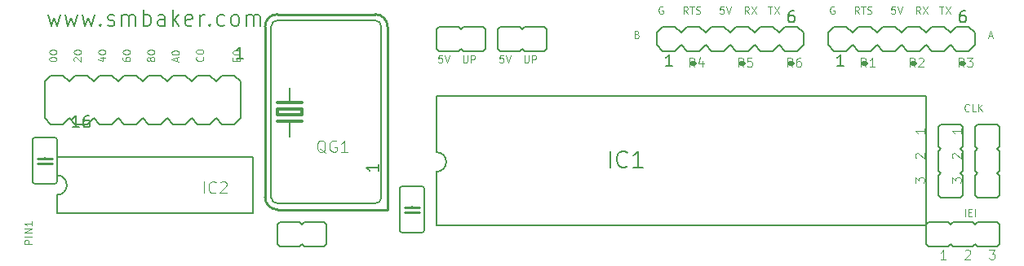
<source format=gbr>
G04 #@! TF.GenerationSoftware,KiCad,Pcbnew,5.1.2*
G04 #@! TF.CreationDate,2020-10-15T13:17:00+02:00*
G04 #@! TF.ProjectId,3365c1e53a7ea87593df0e5cd2596002,33333635-6331-4653-9533-613765613837,rev?*
G04 #@! TF.SameCoordinates,Original*
G04 #@! TF.FileFunction,Legend,Top*
G04 #@! TF.FilePolarity,Positive*
%FSLAX46Y46*%
G04 Gerber Fmt 4.6, Leading zero omitted, Abs format (unit mm)*
G04 Created by KiCad (PCBNEW 5.1.2) date 2020-10-15 13:17:00*
%MOMM*%
%LPD*%
G04 APERTURE LIST*
%ADD10C,0.065024*%
%ADD11C,0.142240*%
%ADD12C,0.152400*%
%ADD13C,0.508000*%
%ADD14C,0.304800*%
%ADD15C,0.254000*%
%ADD16C,0.150000*%
%ADD17C,0.127000*%
%ADD18C,0.094107*%
%ADD19C,0.120650*%
%ADD20C,0.135128*%
%ADD21C,0.118872*%
G04 APERTURE END LIST*
D10*
X192596904Y-90219670D02*
X193038138Y-90219670D01*
X192817521Y-90991830D02*
X192817521Y-90219670D01*
X193221986Y-90219670D02*
X193736759Y-90991830D01*
X193736759Y-90219670D02*
X193221986Y-90991830D01*
X172828447Y-90991830D02*
X172571060Y-90624135D01*
X172387213Y-90991830D02*
X172387213Y-90219670D01*
X172681369Y-90219670D01*
X172754908Y-90256440D01*
X172791677Y-90293209D01*
X172828447Y-90366748D01*
X172828447Y-90477057D01*
X172791677Y-90550596D01*
X172754908Y-90587365D01*
X172681369Y-90624135D01*
X172387213Y-90624135D01*
X173085834Y-90219670D02*
X173600607Y-90991830D01*
X173600607Y-90219670D02*
X173085834Y-90991830D01*
X166478447Y-90991830D02*
X166221060Y-90624135D01*
X166037213Y-90991830D02*
X166037213Y-90219670D01*
X166331369Y-90219670D01*
X166404908Y-90256440D01*
X166441677Y-90293209D01*
X166478447Y-90366748D01*
X166478447Y-90477057D01*
X166441677Y-90550596D01*
X166404908Y-90587365D01*
X166331369Y-90624135D01*
X166037213Y-90624135D01*
X166699064Y-90219670D02*
X167140298Y-90219670D01*
X166919681Y-90991830D02*
X166919681Y-90219670D01*
X167360916Y-90955060D02*
X167471224Y-90991830D01*
X167655072Y-90991830D01*
X167728611Y-90955060D01*
X167765380Y-90918291D01*
X167802150Y-90844752D01*
X167802150Y-90771213D01*
X167765380Y-90697674D01*
X167728611Y-90660904D01*
X167655072Y-90624135D01*
X167507994Y-90587365D01*
X167434455Y-90550596D01*
X167397685Y-90513826D01*
X167360916Y-90440287D01*
X167360916Y-90366748D01*
X167397685Y-90293209D01*
X167434455Y-90256440D01*
X167507994Y-90219670D01*
X167691841Y-90219670D01*
X167802150Y-90256440D01*
X181681677Y-90256440D02*
X181608138Y-90219670D01*
X181497830Y-90219670D01*
X181387521Y-90256440D01*
X181313982Y-90329979D01*
X181277213Y-90403518D01*
X181240443Y-90550596D01*
X181240443Y-90660904D01*
X181277213Y-90807982D01*
X181313982Y-90881521D01*
X181387521Y-90955060D01*
X181497830Y-90991830D01*
X181571369Y-90991830D01*
X181681677Y-90955060D01*
X181718447Y-90918291D01*
X181718447Y-90660904D01*
X181571369Y-90660904D01*
X187994908Y-90219670D02*
X187627213Y-90219670D01*
X187590443Y-90587365D01*
X187627213Y-90550596D01*
X187700752Y-90513826D01*
X187884599Y-90513826D01*
X187958138Y-90550596D01*
X187994908Y-90587365D01*
X188031677Y-90660904D01*
X188031677Y-90844752D01*
X187994908Y-90918291D01*
X187958138Y-90955060D01*
X187884599Y-90991830D01*
X187700752Y-90991830D01*
X187627213Y-90955060D01*
X187590443Y-90918291D01*
X188252295Y-90219670D02*
X188509681Y-90991830D01*
X188767068Y-90219670D01*
X119649865Y-95882486D02*
X119649865Y-95625100D01*
X120054330Y-95514791D02*
X120054330Y-95882486D01*
X119282170Y-95882486D01*
X119282170Y-95514791D01*
X119282170Y-95036787D02*
X119282170Y-94963248D01*
X119318940Y-94889709D01*
X119355709Y-94852940D01*
X119429248Y-94816170D01*
X119576326Y-94779401D01*
X119760174Y-94779401D01*
X119907252Y-94816170D01*
X119980791Y-94852940D01*
X120017560Y-94889709D01*
X120054330Y-94963248D01*
X120054330Y-95036787D01*
X120017560Y-95110326D01*
X119980791Y-95147096D01*
X119907252Y-95183865D01*
X119760174Y-95220635D01*
X119576326Y-95220635D01*
X119429248Y-95183865D01*
X119355709Y-95147096D01*
X119318940Y-95110326D01*
X119282170Y-95036787D01*
X116170791Y-95441252D02*
X116207560Y-95478022D01*
X116244330Y-95588330D01*
X116244330Y-95661869D01*
X116207560Y-95772178D01*
X116134021Y-95845717D01*
X116060482Y-95882486D01*
X115913404Y-95919256D01*
X115803096Y-95919256D01*
X115656018Y-95882486D01*
X115582479Y-95845717D01*
X115508940Y-95772178D01*
X115472170Y-95661869D01*
X115472170Y-95588330D01*
X115508940Y-95478022D01*
X115545709Y-95441252D01*
X115472170Y-94963248D02*
X115472170Y-94889709D01*
X115508940Y-94816170D01*
X115545709Y-94779401D01*
X115619248Y-94742631D01*
X115766326Y-94705862D01*
X115950174Y-94705862D01*
X116097252Y-94742631D01*
X116170791Y-94779401D01*
X116207560Y-94816170D01*
X116244330Y-94889709D01*
X116244330Y-94963248D01*
X116207560Y-95036787D01*
X116170791Y-95073557D01*
X116097252Y-95110326D01*
X115950174Y-95147096D01*
X115766326Y-95147096D01*
X115619248Y-95110326D01*
X115545709Y-95073557D01*
X115508940Y-95036787D01*
X115472170Y-94963248D01*
X113483713Y-95919256D02*
X113483713Y-95551561D01*
X113704330Y-95992795D02*
X112932170Y-95735408D01*
X113704330Y-95478022D01*
X112932170Y-95073557D02*
X112932170Y-95000018D01*
X112968940Y-94926479D01*
X113005709Y-94889709D01*
X113079248Y-94852940D01*
X113226326Y-94816170D01*
X113410174Y-94816170D01*
X113557252Y-94852940D01*
X113630791Y-94889709D01*
X113667560Y-94926479D01*
X113704330Y-95000018D01*
X113704330Y-95073557D01*
X113667560Y-95147096D01*
X113630791Y-95183865D01*
X113557252Y-95220635D01*
X113410174Y-95257404D01*
X113226326Y-95257404D01*
X113079248Y-95220635D01*
X113005709Y-95183865D01*
X112968940Y-95147096D01*
X112932170Y-95073557D01*
X110723096Y-95772178D02*
X110686326Y-95845717D01*
X110649557Y-95882486D01*
X110576018Y-95919256D01*
X110539248Y-95919256D01*
X110465709Y-95882486D01*
X110428940Y-95845717D01*
X110392170Y-95772178D01*
X110392170Y-95625100D01*
X110428940Y-95551561D01*
X110465709Y-95514791D01*
X110539248Y-95478022D01*
X110576018Y-95478022D01*
X110649557Y-95514791D01*
X110686326Y-95551561D01*
X110723096Y-95625100D01*
X110723096Y-95772178D01*
X110759865Y-95845717D01*
X110796635Y-95882486D01*
X110870174Y-95919256D01*
X111017252Y-95919256D01*
X111090791Y-95882486D01*
X111127560Y-95845717D01*
X111164330Y-95772178D01*
X111164330Y-95625100D01*
X111127560Y-95551561D01*
X111090791Y-95514791D01*
X111017252Y-95478022D01*
X110870174Y-95478022D01*
X110796635Y-95514791D01*
X110759865Y-95551561D01*
X110723096Y-95625100D01*
X110392170Y-95000018D02*
X110392170Y-94926479D01*
X110428940Y-94852940D01*
X110465709Y-94816170D01*
X110539248Y-94779401D01*
X110686326Y-94742631D01*
X110870174Y-94742631D01*
X111017252Y-94779401D01*
X111090791Y-94816170D01*
X111127560Y-94852940D01*
X111164330Y-94926479D01*
X111164330Y-95000018D01*
X111127560Y-95073557D01*
X111090791Y-95110326D01*
X111017252Y-95147096D01*
X110870174Y-95183865D01*
X110686326Y-95183865D01*
X110539248Y-95147096D01*
X110465709Y-95110326D01*
X110428940Y-95073557D01*
X110392170Y-95000018D01*
X107852170Y-95551561D02*
X107852170Y-95698639D01*
X107888940Y-95772178D01*
X107925709Y-95808947D01*
X108036018Y-95882486D01*
X108183096Y-95919256D01*
X108477252Y-95919256D01*
X108550791Y-95882486D01*
X108587560Y-95845717D01*
X108624330Y-95772178D01*
X108624330Y-95625100D01*
X108587560Y-95551561D01*
X108550791Y-95514791D01*
X108477252Y-95478022D01*
X108293404Y-95478022D01*
X108219865Y-95514791D01*
X108183096Y-95551561D01*
X108146326Y-95625100D01*
X108146326Y-95772178D01*
X108183096Y-95845717D01*
X108219865Y-95882486D01*
X108293404Y-95919256D01*
X107852170Y-95000018D02*
X107852170Y-94926479D01*
X107888940Y-94852940D01*
X107925709Y-94816170D01*
X107999248Y-94779401D01*
X108146326Y-94742631D01*
X108330174Y-94742631D01*
X108477252Y-94779401D01*
X108550791Y-94816170D01*
X108587560Y-94852940D01*
X108624330Y-94926479D01*
X108624330Y-95000018D01*
X108587560Y-95073557D01*
X108550791Y-95110326D01*
X108477252Y-95147096D01*
X108330174Y-95183865D01*
X108146326Y-95183865D01*
X107999248Y-95147096D01*
X107925709Y-95110326D01*
X107888940Y-95073557D01*
X107852170Y-95000018D01*
X105569557Y-95551561D02*
X106084330Y-95551561D01*
X105275400Y-95735408D02*
X105826943Y-95919256D01*
X105826943Y-95441252D01*
X105312170Y-95000018D02*
X105312170Y-94926479D01*
X105348940Y-94852940D01*
X105385709Y-94816170D01*
X105459248Y-94779401D01*
X105606326Y-94742631D01*
X105790174Y-94742631D01*
X105937252Y-94779401D01*
X106010791Y-94816170D01*
X106047560Y-94852940D01*
X106084330Y-94926479D01*
X106084330Y-95000018D01*
X106047560Y-95073557D01*
X106010791Y-95110326D01*
X105937252Y-95147096D01*
X105790174Y-95183865D01*
X105606326Y-95183865D01*
X105459248Y-95147096D01*
X105385709Y-95110326D01*
X105348940Y-95073557D01*
X105312170Y-95000018D01*
X102845709Y-95919256D02*
X102808940Y-95882486D01*
X102772170Y-95808947D01*
X102772170Y-95625100D01*
X102808940Y-95551561D01*
X102845709Y-95514791D01*
X102919248Y-95478022D01*
X102992787Y-95478022D01*
X103103096Y-95514791D01*
X103544330Y-95956025D01*
X103544330Y-95478022D01*
X102772170Y-95000018D02*
X102772170Y-94926479D01*
X102808940Y-94852940D01*
X102845709Y-94816170D01*
X102919248Y-94779401D01*
X103066326Y-94742631D01*
X103250174Y-94742631D01*
X103397252Y-94779401D01*
X103470791Y-94816170D01*
X103507560Y-94852940D01*
X103544330Y-94926479D01*
X103544330Y-95000018D01*
X103507560Y-95073557D01*
X103470791Y-95110326D01*
X103397252Y-95147096D01*
X103250174Y-95183865D01*
X103066326Y-95183865D01*
X102919248Y-95147096D01*
X102845709Y-95110326D01*
X102808940Y-95073557D01*
X102772170Y-95000018D01*
X100232170Y-95735408D02*
X100232170Y-95661869D01*
X100268940Y-95588330D01*
X100305709Y-95551561D01*
X100379248Y-95514791D01*
X100526326Y-95478022D01*
X100710174Y-95478022D01*
X100857252Y-95514791D01*
X100930791Y-95551561D01*
X100967560Y-95588330D01*
X101004330Y-95661869D01*
X101004330Y-95735408D01*
X100967560Y-95808947D01*
X100930791Y-95845717D01*
X100857252Y-95882486D01*
X100710174Y-95919256D01*
X100526326Y-95919256D01*
X100379248Y-95882486D01*
X100305709Y-95845717D01*
X100268940Y-95808947D01*
X100232170Y-95735408D01*
X100232170Y-95000018D02*
X100232170Y-94926479D01*
X100268940Y-94852940D01*
X100305709Y-94816170D01*
X100379248Y-94779401D01*
X100526326Y-94742631D01*
X100710174Y-94742631D01*
X100857252Y-94779401D01*
X100930791Y-94816170D01*
X100967560Y-94852940D01*
X101004330Y-94926479D01*
X101004330Y-95000018D01*
X100967560Y-95073557D01*
X100930791Y-95110326D01*
X100857252Y-95147096D01*
X100710174Y-95183865D01*
X100526326Y-95183865D01*
X100379248Y-95147096D01*
X100305709Y-95110326D01*
X100268940Y-95073557D01*
X100232170Y-95000018D01*
X98464330Y-114932486D02*
X97692170Y-114932486D01*
X97692170Y-114638330D01*
X97728940Y-114564791D01*
X97765709Y-114528022D01*
X97839248Y-114491252D01*
X97949557Y-114491252D01*
X98023096Y-114528022D01*
X98059865Y-114564791D01*
X98096635Y-114638330D01*
X98096635Y-114932486D01*
X98464330Y-114160326D02*
X97692170Y-114160326D01*
X98464330Y-113792631D02*
X97692170Y-113792631D01*
X98464330Y-113351397D01*
X97692170Y-113351397D01*
X98464330Y-112579237D02*
X98464330Y-113020471D01*
X98464330Y-112799854D02*
X97692170Y-112799854D01*
X97802479Y-112873393D01*
X97876018Y-112946932D01*
X97912787Y-113020471D01*
X174816904Y-90219670D02*
X175258138Y-90219670D01*
X175037521Y-90991830D02*
X175037521Y-90219670D01*
X175441986Y-90219670D02*
X175956759Y-90991830D01*
X175956759Y-90219670D02*
X175441986Y-90991830D01*
X190608447Y-90991830D02*
X190351060Y-90624135D01*
X190167213Y-90991830D02*
X190167213Y-90219670D01*
X190461369Y-90219670D01*
X190534908Y-90256440D01*
X190571677Y-90293209D01*
X190608447Y-90366748D01*
X190608447Y-90477057D01*
X190571677Y-90550596D01*
X190534908Y-90587365D01*
X190461369Y-90624135D01*
X190167213Y-90624135D01*
X190865834Y-90219670D02*
X191380607Y-90991830D01*
X191380607Y-90219670D02*
X190865834Y-90991830D01*
X184258447Y-90991830D02*
X184001060Y-90624135D01*
X183817213Y-90991830D02*
X183817213Y-90219670D01*
X184111369Y-90219670D01*
X184184908Y-90256440D01*
X184221677Y-90293209D01*
X184258447Y-90366748D01*
X184258447Y-90477057D01*
X184221677Y-90550596D01*
X184184908Y-90587365D01*
X184111369Y-90624135D01*
X183817213Y-90624135D01*
X184479064Y-90219670D02*
X184920298Y-90219670D01*
X184699681Y-90991830D02*
X184699681Y-90219670D01*
X185140916Y-90955060D02*
X185251224Y-90991830D01*
X185435072Y-90991830D01*
X185508611Y-90955060D01*
X185545380Y-90918291D01*
X185582150Y-90844752D01*
X185582150Y-90771213D01*
X185545380Y-90697674D01*
X185508611Y-90660904D01*
X185435072Y-90624135D01*
X185287994Y-90587365D01*
X185214455Y-90550596D01*
X185177685Y-90513826D01*
X185140916Y-90440287D01*
X185140916Y-90366748D01*
X185177685Y-90293209D01*
X185214455Y-90256440D01*
X185287994Y-90219670D01*
X185471841Y-90219670D01*
X185582150Y-90256440D01*
X163901677Y-90256440D02*
X163828138Y-90219670D01*
X163717830Y-90219670D01*
X163607521Y-90256440D01*
X163533982Y-90329979D01*
X163497213Y-90403518D01*
X163460443Y-90550596D01*
X163460443Y-90660904D01*
X163497213Y-90807982D01*
X163533982Y-90881521D01*
X163607521Y-90955060D01*
X163717830Y-90991830D01*
X163791369Y-90991830D01*
X163901677Y-90955060D01*
X163938447Y-90918291D01*
X163938447Y-90660904D01*
X163791369Y-90660904D01*
X170214908Y-90219670D02*
X169847213Y-90219670D01*
X169810443Y-90587365D01*
X169847213Y-90550596D01*
X169920752Y-90513826D01*
X170104599Y-90513826D01*
X170178138Y-90550596D01*
X170214908Y-90587365D01*
X170251677Y-90660904D01*
X170251677Y-90844752D01*
X170214908Y-90918291D01*
X170178138Y-90955060D01*
X170104599Y-90991830D01*
X169920752Y-90991830D01*
X169847213Y-90955060D01*
X169810443Y-90918291D01*
X170472295Y-90219670D02*
X170729681Y-90991830D01*
X170987068Y-90219670D01*
D11*
X100104856Y-91092100D02*
X100426589Y-92218166D01*
X100748322Y-91413833D01*
X101070056Y-92218166D01*
X101391789Y-91092100D01*
X101874389Y-91092100D02*
X102196122Y-92218166D01*
X102517856Y-91413833D01*
X102839589Y-92218166D01*
X103161322Y-91092100D01*
X103643922Y-91092100D02*
X103965656Y-92218166D01*
X104287389Y-91413833D01*
X104609122Y-92218166D01*
X104930856Y-91092100D01*
X105574322Y-92057300D02*
X105654756Y-92137733D01*
X105574322Y-92218166D01*
X105493889Y-92137733D01*
X105574322Y-92057300D01*
X105574322Y-92218166D01*
X106298222Y-92137733D02*
X106459089Y-92218166D01*
X106780822Y-92218166D01*
X106941689Y-92137733D01*
X107022122Y-91976866D01*
X107022122Y-91896433D01*
X106941689Y-91735566D01*
X106780822Y-91655133D01*
X106539522Y-91655133D01*
X106378656Y-91574700D01*
X106298222Y-91413833D01*
X106298222Y-91333400D01*
X106378656Y-91172533D01*
X106539522Y-91092100D01*
X106780822Y-91092100D01*
X106941689Y-91172533D01*
X107746022Y-92218166D02*
X107746022Y-91092100D01*
X107746022Y-91252966D02*
X107826456Y-91172533D01*
X107987322Y-91092100D01*
X108228622Y-91092100D01*
X108389489Y-91172533D01*
X108469922Y-91333400D01*
X108469922Y-92218166D01*
X108469922Y-91333400D02*
X108550356Y-91172533D01*
X108711222Y-91092100D01*
X108952522Y-91092100D01*
X109113389Y-91172533D01*
X109193822Y-91333400D01*
X109193822Y-92218166D01*
X109998156Y-92218166D02*
X109998156Y-90529066D01*
X109998156Y-91172533D02*
X110159022Y-91092100D01*
X110480756Y-91092100D01*
X110641622Y-91172533D01*
X110722056Y-91252966D01*
X110802489Y-91413833D01*
X110802489Y-91896433D01*
X110722056Y-92057300D01*
X110641622Y-92137733D01*
X110480756Y-92218166D01*
X110159022Y-92218166D01*
X109998156Y-92137733D01*
X112250289Y-92218166D02*
X112250289Y-91333400D01*
X112169856Y-91172533D01*
X112008989Y-91092100D01*
X111687256Y-91092100D01*
X111526389Y-91172533D01*
X112250289Y-92137733D02*
X112089422Y-92218166D01*
X111687256Y-92218166D01*
X111526389Y-92137733D01*
X111445956Y-91976866D01*
X111445956Y-91816000D01*
X111526389Y-91655133D01*
X111687256Y-91574700D01*
X112089422Y-91574700D01*
X112250289Y-91494266D01*
X113054622Y-92218166D02*
X113054622Y-90529066D01*
X113215489Y-91574700D02*
X113698089Y-92218166D01*
X113698089Y-91092100D02*
X113054622Y-91735566D01*
X115065456Y-92137733D02*
X114904589Y-92218166D01*
X114582856Y-92218166D01*
X114421989Y-92137733D01*
X114341556Y-91976866D01*
X114341556Y-91333400D01*
X114421989Y-91172533D01*
X114582856Y-91092100D01*
X114904589Y-91092100D01*
X115065456Y-91172533D01*
X115145889Y-91333400D01*
X115145889Y-91494266D01*
X114341556Y-91655133D01*
X115869789Y-92218166D02*
X115869789Y-91092100D01*
X115869789Y-91413833D02*
X115950222Y-91252966D01*
X116030656Y-91172533D01*
X116191522Y-91092100D01*
X116352389Y-91092100D01*
X116915422Y-92057300D02*
X116995856Y-92137733D01*
X116915422Y-92218166D01*
X116834989Y-92137733D01*
X116915422Y-92057300D01*
X116915422Y-92218166D01*
X118443656Y-92137733D02*
X118282789Y-92218166D01*
X117961056Y-92218166D01*
X117800189Y-92137733D01*
X117719756Y-92057300D01*
X117639322Y-91896433D01*
X117639322Y-91413833D01*
X117719756Y-91252966D01*
X117800189Y-91172533D01*
X117961056Y-91092100D01*
X118282789Y-91092100D01*
X118443656Y-91172533D01*
X119408856Y-92218166D02*
X119247989Y-92137733D01*
X119167556Y-92057300D01*
X119087122Y-91896433D01*
X119087122Y-91413833D01*
X119167556Y-91252966D01*
X119247989Y-91172533D01*
X119408856Y-91092100D01*
X119650156Y-91092100D01*
X119811022Y-91172533D01*
X119891456Y-91252966D01*
X119971889Y-91413833D01*
X119971889Y-91896433D01*
X119891456Y-92057300D01*
X119811022Y-92137733D01*
X119650156Y-92218166D01*
X119408856Y-92218166D01*
X120695789Y-92218166D02*
X120695789Y-91092100D01*
X120695789Y-91252966D02*
X120776222Y-91172533D01*
X120937089Y-91092100D01*
X121178389Y-91092100D01*
X121339256Y-91172533D01*
X121419689Y-91333400D01*
X121419689Y-92218166D01*
X121419689Y-91333400D02*
X121500122Y-91172533D01*
X121660989Y-91092100D01*
X121902289Y-91092100D01*
X122063156Y-91172533D01*
X122143589Y-91333400D01*
X122143589Y-92218166D01*
D10*
X161214599Y-93127365D02*
X161324908Y-93164135D01*
X161361677Y-93200904D01*
X161398447Y-93274443D01*
X161398447Y-93384752D01*
X161361677Y-93458291D01*
X161324908Y-93495060D01*
X161251369Y-93531830D01*
X160957213Y-93531830D01*
X160957213Y-92759670D01*
X161214599Y-92759670D01*
X161288138Y-92796440D01*
X161324908Y-92833209D01*
X161361677Y-92906748D01*
X161361677Y-92980287D01*
X161324908Y-93053826D01*
X161288138Y-93090596D01*
X161214599Y-93127365D01*
X160957213Y-93127365D01*
X197750443Y-93311213D02*
X198118138Y-93311213D01*
X197676904Y-93531830D02*
X197934291Y-92759670D01*
X198191677Y-93531830D01*
X195688447Y-101078291D02*
X195651677Y-101115060D01*
X195541369Y-101151830D01*
X195467830Y-101151830D01*
X195357521Y-101115060D01*
X195283982Y-101041521D01*
X195247213Y-100967982D01*
X195210443Y-100820904D01*
X195210443Y-100710596D01*
X195247213Y-100563518D01*
X195283982Y-100489979D01*
X195357521Y-100416440D01*
X195467830Y-100379670D01*
X195541369Y-100379670D01*
X195651677Y-100416440D01*
X195688447Y-100453209D01*
X196387068Y-101151830D02*
X196019373Y-101151830D01*
X196019373Y-100379670D01*
X196644455Y-101151830D02*
X196644455Y-100379670D01*
X197085689Y-101151830D02*
X196754763Y-100710596D01*
X197085689Y-100379670D02*
X196644455Y-100820904D01*
X141004908Y-95299670D02*
X140637213Y-95299670D01*
X140600443Y-95667365D01*
X140637213Y-95630596D01*
X140710752Y-95593826D01*
X140894599Y-95593826D01*
X140968138Y-95630596D01*
X141004908Y-95667365D01*
X141041677Y-95740904D01*
X141041677Y-95924752D01*
X141004908Y-95998291D01*
X140968138Y-96035060D01*
X140894599Y-96071830D01*
X140710752Y-96071830D01*
X140637213Y-96035060D01*
X140600443Y-95998291D01*
X141262295Y-95299670D02*
X141519681Y-96071830D01*
X141777068Y-95299670D01*
X147354908Y-95299670D02*
X146987213Y-95299670D01*
X146950443Y-95667365D01*
X146987213Y-95630596D01*
X147060752Y-95593826D01*
X147244599Y-95593826D01*
X147318138Y-95630596D01*
X147354908Y-95667365D01*
X147391677Y-95740904D01*
X147391677Y-95924752D01*
X147354908Y-95998291D01*
X147318138Y-96035060D01*
X147244599Y-96071830D01*
X147060752Y-96071830D01*
X146987213Y-96035060D01*
X146950443Y-95998291D01*
X147612295Y-95299670D02*
X147869681Y-96071830D01*
X148127068Y-95299670D01*
X143177213Y-95299670D02*
X143177213Y-95924752D01*
X143213982Y-95998291D01*
X143250752Y-96035060D01*
X143324291Y-96071830D01*
X143471369Y-96071830D01*
X143544908Y-96035060D01*
X143581677Y-95998291D01*
X143618447Y-95924752D01*
X143618447Y-95299670D01*
X143986142Y-96071830D02*
X143986142Y-95299670D01*
X144280298Y-95299670D01*
X144353837Y-95336440D01*
X144390607Y-95373209D01*
X144427377Y-95446748D01*
X144427377Y-95557057D01*
X144390607Y-95630596D01*
X144353837Y-95667365D01*
X144280298Y-95704135D01*
X143986142Y-95704135D01*
X149527213Y-95299670D02*
X149527213Y-95924752D01*
X149563982Y-95998291D01*
X149600752Y-96035060D01*
X149674291Y-96071830D01*
X149821369Y-96071830D01*
X149894908Y-96035060D01*
X149931677Y-95998291D01*
X149968447Y-95924752D01*
X149968447Y-95299670D01*
X150336142Y-96071830D02*
X150336142Y-95299670D01*
X150630298Y-95299670D01*
X150703837Y-95336440D01*
X150740607Y-95373209D01*
X150777377Y-95446748D01*
X150777377Y-95557057D01*
X150740607Y-95630596D01*
X150703837Y-95667365D01*
X150630298Y-95704135D01*
X150336142Y-95704135D01*
X195247213Y-112073830D02*
X195247213Y-111301670D01*
X195614908Y-111669365D02*
X195872295Y-111669365D01*
X195982603Y-112073830D02*
X195614908Y-112073830D01*
X195614908Y-111301670D01*
X195982603Y-111301670D01*
X196313529Y-112073830D02*
X196313529Y-111301670D01*
D12*
X102946100Y-97378600D02*
X104216100Y-97378600D01*
X104851100Y-98013600D02*
X104216100Y-97378600D01*
X101676100Y-97378600D02*
X102311100Y-98013600D01*
X100406100Y-97378600D02*
X101676100Y-97378600D01*
X99771100Y-98013600D02*
X100406100Y-97378600D01*
X102311100Y-98013600D02*
X102946100Y-97378600D01*
X99771100Y-101823600D02*
X99771100Y-98013600D01*
X104216100Y-102458600D02*
X104851100Y-101823600D01*
X100406100Y-102458600D02*
X99771100Y-101823600D01*
X101676100Y-102458600D02*
X100406100Y-102458600D01*
X102311100Y-101823600D02*
X101676100Y-102458600D01*
X102946100Y-102458600D02*
X102311100Y-101823600D01*
X104216100Y-102458600D02*
X102946100Y-102458600D01*
X106756100Y-97378600D02*
X107391100Y-98013600D01*
X105486100Y-97378600D02*
X106756100Y-97378600D01*
X104851100Y-98013600D02*
X105486100Y-97378600D01*
X110566100Y-97378600D02*
X111836100Y-97378600D01*
X112471100Y-98013600D02*
X111836100Y-97378600D01*
X109296100Y-97378600D02*
X109931100Y-98013600D01*
X108026100Y-97378600D02*
X109296100Y-97378600D01*
X107391100Y-98013600D02*
X108026100Y-97378600D01*
X109931100Y-98013600D02*
X110566100Y-97378600D01*
X114376100Y-97378600D02*
X115011100Y-98013600D01*
X113106100Y-97378600D02*
X114376100Y-97378600D01*
X112471100Y-98013600D02*
X113106100Y-97378600D01*
X118186100Y-97378600D02*
X119456100Y-97378600D01*
X120091100Y-98013600D02*
X119456100Y-97378600D01*
X120091100Y-101823600D02*
X120091100Y-98013600D01*
X116916100Y-97378600D02*
X117551100Y-98013600D01*
X115646100Y-97378600D02*
X116916100Y-97378600D01*
X115011100Y-98013600D02*
X115646100Y-97378600D01*
X117551100Y-98013600D02*
X118186100Y-97378600D01*
X105486100Y-102458600D02*
X104851100Y-101823600D01*
X106756100Y-102458600D02*
X105486100Y-102458600D01*
X107391100Y-101823600D02*
X106756100Y-102458600D01*
X111836100Y-102458600D02*
X112471100Y-101823600D01*
X108026100Y-102458600D02*
X107391100Y-101823600D01*
X109296100Y-102458600D02*
X108026100Y-102458600D01*
X109931100Y-101823600D02*
X109296100Y-102458600D01*
X110566100Y-102458600D02*
X109931100Y-101823600D01*
X111836100Y-102458600D02*
X110566100Y-102458600D01*
X113106100Y-102458600D02*
X112471100Y-101823600D01*
X114376100Y-102458600D02*
X113106100Y-102458600D01*
X115011100Y-101823600D02*
X114376100Y-102458600D01*
X119456100Y-102458600D02*
X120091100Y-101823600D01*
X115646100Y-102458600D02*
X115011100Y-101823600D01*
X116916100Y-102458600D02*
X115646100Y-102458600D01*
X117551100Y-101823600D02*
X116916100Y-102458600D01*
X118186100Y-102458600D02*
X117551100Y-101823600D01*
X119456100Y-102458600D02*
X118186100Y-102458600D01*
X196291100Y-92933600D02*
X196291100Y-94203600D01*
X194386100Y-94838600D02*
X193751100Y-94203600D01*
X195656100Y-94838600D02*
X194386100Y-94838600D01*
X196291100Y-94203600D02*
X195656100Y-94838600D01*
X195656100Y-92298600D02*
X196291100Y-92933600D01*
X194386100Y-92298600D02*
X195656100Y-92298600D01*
X193751100Y-92933600D02*
X194386100Y-92298600D01*
X190576100Y-94838600D02*
X189306100Y-94838600D01*
X188671100Y-94203600D02*
X189306100Y-94838600D01*
X189306100Y-92298600D02*
X188671100Y-92933600D01*
X191846100Y-94838600D02*
X191211100Y-94203600D01*
X193116100Y-94838600D02*
X191846100Y-94838600D01*
X193751100Y-94203600D02*
X193116100Y-94838600D01*
X193116100Y-92298600D02*
X193751100Y-92933600D01*
X191846100Y-92298600D02*
X193116100Y-92298600D01*
X191211100Y-92933600D02*
X191846100Y-92298600D01*
X191211100Y-94203600D02*
X190576100Y-94838600D01*
X190576100Y-92298600D02*
X191211100Y-92933600D01*
X189306100Y-92298600D02*
X190576100Y-92298600D01*
X186766100Y-94838600D02*
X186131100Y-94203600D01*
X188036100Y-94838600D02*
X186766100Y-94838600D01*
X188671100Y-94203600D02*
X188036100Y-94838600D01*
X188036100Y-92298600D02*
X188671100Y-92933600D01*
X186766100Y-92298600D02*
X188036100Y-92298600D01*
X186131100Y-92933600D02*
X186766100Y-92298600D01*
X182956100Y-94838600D02*
X181686100Y-94838600D01*
X181051100Y-94203600D02*
X181686100Y-94838600D01*
X181686100Y-92298600D02*
X181051100Y-92933600D01*
X181051100Y-92933600D02*
X181051100Y-94203600D01*
X184226100Y-94838600D02*
X183591100Y-94203600D01*
X185496100Y-94838600D02*
X184226100Y-94838600D01*
X186131100Y-94203600D02*
X185496100Y-94838600D01*
X185496100Y-92298600D02*
X186131100Y-92933600D01*
X184226100Y-92298600D02*
X185496100Y-92298600D01*
X183591100Y-92933600D02*
X184226100Y-92298600D01*
X183591100Y-94203600D02*
X182956100Y-94838600D01*
X182956100Y-92298600D02*
X183591100Y-92933600D01*
X181686100Y-92298600D02*
X182956100Y-92298600D01*
D13*
X184988100Y-96108600D02*
X184734100Y-96108600D01*
X190068100Y-96108600D02*
X189814100Y-96108600D01*
X195148100Y-96108600D02*
X194894100Y-96108600D01*
D14*
X125171100Y-102128400D02*
X126441100Y-102128400D01*
D12*
X125171100Y-102128400D02*
X125171100Y-103728600D01*
D14*
X125171100Y-100248800D02*
X126441100Y-100248800D01*
D12*
X125171100Y-100248800D02*
X125171100Y-98648600D01*
D14*
X123901100Y-102128400D02*
X125171100Y-102128400D01*
X123901100Y-100248800D02*
X125171100Y-100248800D01*
X123901100Y-100883800D02*
X123901100Y-101518800D01*
X126441100Y-100883800D02*
X123901100Y-100883800D01*
X126441100Y-101518800D02*
X126441100Y-100883800D01*
X123901100Y-101518800D02*
X126441100Y-101518800D01*
D12*
X134696100Y-110078600D02*
G75*
G02X134061100Y-110713600I-635000J0D01*
G01*
D15*
X122631100Y-110078600D02*
G75*
G03X123901100Y-111348600I1270000J0D01*
G01*
D12*
X123266100Y-110078600D02*
G75*
G03X123901100Y-110713600I635000J0D01*
G01*
D15*
X123901100Y-91028600D02*
G75*
G03X122631100Y-92298600I0J-1270000D01*
G01*
D12*
X123901100Y-91663600D02*
G75*
G03X123266100Y-92298600I0J-635000D01*
G01*
X134061100Y-91663600D02*
G75*
G02X134696100Y-92298600I0J-635000D01*
G01*
D15*
X134061100Y-91028600D02*
G75*
G02X135331100Y-92298600I0J-1270000D01*
G01*
D12*
X123901100Y-110713600D02*
X134061100Y-110713600D01*
X123266100Y-92298600D02*
X123266100Y-110078600D01*
X134061100Y-91663600D02*
X123901100Y-91663600D01*
X134696100Y-110078600D02*
X134696100Y-92298600D01*
D15*
X135331100Y-111348600D02*
X123901100Y-111348600D01*
X122631100Y-92298600D02*
X122631100Y-110078600D01*
X134061100Y-91028600D02*
X123901100Y-91028600D01*
X135331100Y-111348600D02*
X135331100Y-92298600D01*
D12*
X99771100Y-106014600D02*
X99771100Y-105887600D01*
D15*
X99771100Y-106014600D02*
X99009100Y-106014600D01*
X100533100Y-106014600D02*
X99771100Y-106014600D01*
X99771100Y-106522600D02*
X99009100Y-106522600D01*
X99771100Y-106522600D02*
X100533100Y-106522600D01*
D12*
X99771100Y-106649600D02*
X99771100Y-106522600D01*
X98501100Y-104109600D02*
G75*
G02X98755100Y-103855600I254000J0D01*
G01*
X98755100Y-108681600D02*
G75*
G02X98501100Y-108427600I0J254000D01*
G01*
X101041100Y-104109600D02*
G75*
G03X100787100Y-103855600I-254000J0D01*
G01*
X100787100Y-108681600D02*
G75*
G03X101041100Y-108427600I0J254000D01*
G01*
X100787100Y-103855600D02*
X98755100Y-103855600D01*
X100787100Y-108681600D02*
X98755100Y-108681600D01*
X98501100Y-108427600D02*
X98501100Y-104109600D01*
X101041100Y-104109600D02*
X101041100Y-108427600D01*
X123901100Y-112872600D02*
X123901100Y-114904600D01*
X123901100Y-112872600D02*
X124155100Y-112618600D01*
X126187100Y-112618600D02*
X124155100Y-112618600D01*
X128727100Y-112618600D02*
X126695100Y-112618600D01*
X128727100Y-112618600D02*
X128981100Y-112872600D01*
X128981100Y-114904600D02*
X128981100Y-112872600D01*
X128727100Y-115158600D02*
X126695100Y-115158600D01*
X128727100Y-115158600D02*
X128981100Y-114904600D01*
X123901100Y-114904600D02*
X124155100Y-115158600D01*
X126187100Y-115158600D02*
X124155100Y-115158600D01*
X126441100Y-114904600D02*
X126187100Y-115158600D01*
X126441100Y-114904600D02*
X126695100Y-115158600D01*
X126441100Y-112872600D02*
X126187100Y-112618600D01*
X126441100Y-112872600D02*
X126695100Y-112618600D01*
X151841100Y-94584600D02*
X151841100Y-92552600D01*
X151841100Y-94584600D02*
X151587100Y-94838600D01*
X149555100Y-94838600D02*
X151587100Y-94838600D01*
X147015100Y-94838600D02*
X149047100Y-94838600D01*
X147015100Y-94838600D02*
X146761100Y-94584600D01*
X146761100Y-92552600D02*
X146761100Y-94584600D01*
X147015100Y-92298600D02*
X149047100Y-92298600D01*
X147015100Y-92298600D02*
X146761100Y-92552600D01*
X151841100Y-92552600D02*
X151587100Y-92298600D01*
X149555100Y-92298600D02*
X151587100Y-92298600D01*
X149301100Y-92552600D02*
X149555100Y-92298600D01*
X149301100Y-92552600D02*
X149047100Y-92298600D01*
X149301100Y-94584600D02*
X149555100Y-94838600D01*
X149301100Y-94584600D02*
X149047100Y-94838600D01*
X178511100Y-92933600D02*
X178511100Y-94203600D01*
X176606100Y-94838600D02*
X175971100Y-94203600D01*
X177876100Y-94838600D02*
X176606100Y-94838600D01*
X178511100Y-94203600D02*
X177876100Y-94838600D01*
X177876100Y-92298600D02*
X178511100Y-92933600D01*
X176606100Y-92298600D02*
X177876100Y-92298600D01*
X175971100Y-92933600D02*
X176606100Y-92298600D01*
X172796100Y-94838600D02*
X171526100Y-94838600D01*
X170891100Y-94203600D02*
X171526100Y-94838600D01*
X171526100Y-92298600D02*
X170891100Y-92933600D01*
X174066100Y-94838600D02*
X173431100Y-94203600D01*
X175336100Y-94838600D02*
X174066100Y-94838600D01*
X175971100Y-94203600D02*
X175336100Y-94838600D01*
X175336100Y-92298600D02*
X175971100Y-92933600D01*
X174066100Y-92298600D02*
X175336100Y-92298600D01*
X173431100Y-92933600D02*
X174066100Y-92298600D01*
X173431100Y-94203600D02*
X172796100Y-94838600D01*
X172796100Y-92298600D02*
X173431100Y-92933600D01*
X171526100Y-92298600D02*
X172796100Y-92298600D01*
X168986100Y-94838600D02*
X168351100Y-94203600D01*
X170256100Y-94838600D02*
X168986100Y-94838600D01*
X170891100Y-94203600D02*
X170256100Y-94838600D01*
X170256100Y-92298600D02*
X170891100Y-92933600D01*
X168986100Y-92298600D02*
X170256100Y-92298600D01*
X168351100Y-92933600D02*
X168986100Y-92298600D01*
X165176100Y-94838600D02*
X163906100Y-94838600D01*
X163271100Y-94203600D02*
X163906100Y-94838600D01*
X163906100Y-92298600D02*
X163271100Y-92933600D01*
X163271100Y-92933600D02*
X163271100Y-94203600D01*
X166446100Y-94838600D02*
X165811100Y-94203600D01*
X167716100Y-94838600D02*
X166446100Y-94838600D01*
X168351100Y-94203600D02*
X167716100Y-94838600D01*
X167716100Y-92298600D02*
X168351100Y-92933600D01*
X166446100Y-92298600D02*
X167716100Y-92298600D01*
X165811100Y-92933600D02*
X166446100Y-92298600D01*
X165811100Y-94203600D02*
X165176100Y-94838600D01*
X165176100Y-92298600D02*
X165811100Y-92933600D01*
X163906100Y-92298600D02*
X165176100Y-92298600D01*
D13*
X167208100Y-96108600D02*
X166954100Y-96108600D01*
X172288100Y-96108600D02*
X172034100Y-96108600D01*
X177368100Y-96108600D02*
X177114100Y-96108600D01*
D12*
X145491100Y-94584600D02*
X145491100Y-92552600D01*
X145491100Y-94584600D02*
X145237100Y-94838600D01*
X143205100Y-94838600D02*
X145237100Y-94838600D01*
X140665100Y-94838600D02*
X142697100Y-94838600D01*
X140665100Y-94838600D02*
X140411100Y-94584600D01*
X140411100Y-92552600D02*
X140411100Y-94584600D01*
X140665100Y-92298600D02*
X142697100Y-92298600D01*
X140665100Y-92298600D02*
X140411100Y-92552600D01*
X145491100Y-92552600D02*
X145237100Y-92298600D01*
X143205100Y-92298600D02*
X145237100Y-92298600D01*
X142951100Y-92552600D02*
X143205100Y-92298600D01*
X142951100Y-92552600D02*
X142697100Y-92298600D01*
X142951100Y-94584600D02*
X143205100Y-94838600D01*
X142951100Y-94584600D02*
X142697100Y-94838600D01*
X137871100Y-111094600D02*
X137871100Y-110967600D01*
D15*
X137871100Y-111094600D02*
X137109100Y-111094600D01*
X138633100Y-111094600D02*
X137871100Y-111094600D01*
X137871100Y-111602600D02*
X137109100Y-111602600D01*
X137871100Y-111602600D02*
X138633100Y-111602600D01*
D12*
X137871100Y-111729600D02*
X137871100Y-111602600D01*
X136601100Y-109189600D02*
G75*
G02X136855100Y-108935600I254000J0D01*
G01*
X136855100Y-113761600D02*
G75*
G02X136601100Y-113507600I0J254000D01*
G01*
X139141100Y-109189600D02*
G75*
G03X138887100Y-108935600I-254000J0D01*
G01*
X138887100Y-113761600D02*
G75*
G03X139141100Y-113507600I0J254000D01*
G01*
X138887100Y-108935600D02*
X136855100Y-108935600D01*
X138887100Y-113761600D02*
X136855100Y-113761600D01*
X136601100Y-113507600D02*
X136601100Y-109189600D01*
X139141100Y-109189600D02*
X139141100Y-113507600D01*
X140411100Y-107411600D02*
G75*
G03X140411100Y-105379600I0J1016000D01*
G01*
X140411100Y-112999600D02*
X140411100Y-107411600D01*
X140411100Y-99537600D02*
X140411100Y-105379600D01*
X191211100Y-99537600D02*
X191211100Y-112999600D01*
X140411100Y-112999600D02*
X191211100Y-112999600D01*
X191211100Y-99537600D02*
X140411100Y-99537600D01*
X101041100Y-109824600D02*
G75*
G03X101041100Y-107792600I0J1016000D01*
G01*
X101041100Y-111729600D02*
X101041100Y-109824600D01*
X101041100Y-105887600D02*
X101041100Y-107792600D01*
X121361100Y-105887600D02*
X121361100Y-111729600D01*
X101041100Y-111729600D02*
X121361100Y-111729600D01*
X121361100Y-105887600D02*
X101041100Y-105887600D01*
X192481100Y-104744600D02*
X192481100Y-102712600D01*
X192481100Y-107284600D02*
X192481100Y-105252600D01*
X192735100Y-102458600D02*
X192481100Y-102712600D01*
X192481100Y-104744600D02*
X192735100Y-104998600D01*
X192735100Y-104998600D02*
X192481100Y-105252600D01*
X192481100Y-107284600D02*
X192735100Y-107538600D01*
X195021100Y-104744600D02*
X195021100Y-102712600D01*
X194767100Y-102458600D02*
X195021100Y-102712600D01*
X195021100Y-104744600D02*
X194767100Y-104998600D01*
X194767100Y-104998600D02*
X195021100Y-105252600D01*
X195021100Y-107284600D02*
X195021100Y-105252600D01*
X195021100Y-107284600D02*
X194767100Y-107538600D01*
X194767100Y-110078600D02*
X192735100Y-110078600D01*
X195021100Y-109824600D02*
X194767100Y-110078600D01*
X192481100Y-109824600D02*
X192735100Y-110078600D01*
X192735100Y-107538600D02*
X192481100Y-107792600D01*
X192481100Y-109824600D02*
X192481100Y-107792600D01*
X194767100Y-107538600D02*
X195021100Y-107792600D01*
X195021100Y-109824600D02*
X195021100Y-107792600D01*
X192735100Y-102458600D02*
X194767100Y-102458600D01*
X196291100Y-104744600D02*
X196291100Y-102712600D01*
X196291100Y-107284600D02*
X196291100Y-105252600D01*
X196545100Y-102458600D02*
X196291100Y-102712600D01*
X196291100Y-104744600D02*
X196545100Y-104998600D01*
X196545100Y-104998600D02*
X196291100Y-105252600D01*
X196291100Y-107284600D02*
X196545100Y-107538600D01*
X198831100Y-104744600D02*
X198831100Y-102712600D01*
X198577100Y-102458600D02*
X198831100Y-102712600D01*
X198831100Y-104744600D02*
X198577100Y-104998600D01*
X198577100Y-104998600D02*
X198831100Y-105252600D01*
X198831100Y-107284600D02*
X198831100Y-105252600D01*
X198831100Y-107284600D02*
X198577100Y-107538600D01*
X198577100Y-110078600D02*
X196545100Y-110078600D01*
X198831100Y-109824600D02*
X198577100Y-110078600D01*
X196291100Y-109824600D02*
X196545100Y-110078600D01*
X196545100Y-107538600D02*
X196291100Y-107792600D01*
X196291100Y-109824600D02*
X196291100Y-107792600D01*
X198577100Y-107538600D02*
X198831100Y-107792600D01*
X198831100Y-109824600D02*
X198831100Y-107792600D01*
X196545100Y-102458600D02*
X198577100Y-102458600D01*
X193497100Y-115158600D02*
X191465100Y-115158600D01*
X196037100Y-115158600D02*
X194005100Y-115158600D01*
X191211100Y-114904600D02*
X191465100Y-115158600D01*
X193497100Y-115158600D02*
X193751100Y-114904600D01*
X193751100Y-114904600D02*
X194005100Y-115158600D01*
X196037100Y-115158600D02*
X196291100Y-114904600D01*
X193497100Y-112618600D02*
X191465100Y-112618600D01*
X191211100Y-112872600D02*
X191465100Y-112618600D01*
X193497100Y-112618600D02*
X193751100Y-112872600D01*
X193751100Y-112872600D02*
X194005100Y-112618600D01*
X196037100Y-112618600D02*
X194005100Y-112618600D01*
X196037100Y-112618600D02*
X196291100Y-112872600D01*
X198831100Y-112872600D02*
X198831100Y-114904600D01*
X198577100Y-112618600D02*
X198831100Y-112872600D01*
X198577100Y-115158600D02*
X198831100Y-114904600D01*
X196291100Y-114904600D02*
X196545100Y-115158600D01*
X198577100Y-115158600D02*
X196545100Y-115158600D01*
X196291100Y-112872600D02*
X196545100Y-112618600D01*
X198577100Y-112618600D02*
X196545100Y-112618600D01*
X191211100Y-114904600D02*
X191211100Y-112872600D01*
D16*
D17*
X103312888Y-102782147D02*
X102623459Y-102782147D01*
X102968173Y-102782147D02*
X102968173Y-101575647D01*
X102853269Y-101748004D01*
X102738364Y-101862909D01*
X102623459Y-101920361D01*
X104347030Y-101575647D02*
X104117221Y-101575647D01*
X104002316Y-101633100D01*
X103944864Y-101690552D01*
X103829959Y-101862909D01*
X103772507Y-102092719D01*
X103772507Y-102552338D01*
X103829959Y-102667242D01*
X103887411Y-102724695D01*
X104002316Y-102782147D01*
X104232126Y-102782147D01*
X104347030Y-102724695D01*
X104404483Y-102667242D01*
X104461935Y-102552338D01*
X104461935Y-102265076D01*
X104404483Y-102150171D01*
X104347030Y-102092719D01*
X104232126Y-102035266D01*
X104002316Y-102035266D01*
X103887411Y-102092719D01*
X103829959Y-102150171D01*
X103772507Y-102265076D01*
X120330888Y-95670147D02*
X119641459Y-95670147D01*
X119986173Y-95670147D02*
X119986173Y-94463647D01*
X119871269Y-94636004D01*
X119756364Y-94750909D01*
X119641459Y-94808361D01*
X195272983Y-90653647D02*
X195043173Y-90653647D01*
X194928269Y-90711100D01*
X194870816Y-90768552D01*
X194755911Y-90940909D01*
X194698459Y-91170719D01*
X194698459Y-91630338D01*
X194755911Y-91745242D01*
X194813364Y-91802695D01*
X194928269Y-91860147D01*
X195158078Y-91860147D01*
X195272983Y-91802695D01*
X195330435Y-91745242D01*
X195387888Y-91630338D01*
X195387888Y-91343076D01*
X195330435Y-91228171D01*
X195272983Y-91170719D01*
X195158078Y-91113266D01*
X194928269Y-91113266D01*
X194813364Y-91170719D01*
X194755911Y-91228171D01*
X194698459Y-91343076D01*
X182687888Y-96432147D02*
X181998459Y-96432147D01*
X182343173Y-96432147D02*
X182343173Y-95225647D01*
X182228269Y-95398004D01*
X182113364Y-95512909D01*
X181998459Y-95570361D01*
D18*
X184994421Y-96496857D02*
X184680731Y-96048728D01*
X184456667Y-96496857D02*
X184456667Y-95555787D01*
X184815170Y-95555787D01*
X184904796Y-95600600D01*
X184949609Y-95645412D01*
X184994421Y-95735038D01*
X184994421Y-95869477D01*
X184949609Y-95959102D01*
X184904796Y-96003915D01*
X184815170Y-96048728D01*
X184456667Y-96048728D01*
X185890679Y-96496857D02*
X185352924Y-96496857D01*
X185621801Y-96496857D02*
X185621801Y-95555787D01*
X185532176Y-95690225D01*
X185442550Y-95779851D01*
X185352924Y-95824664D01*
X190074421Y-96496857D02*
X189760731Y-96048728D01*
X189536667Y-96496857D02*
X189536667Y-95555787D01*
X189895170Y-95555787D01*
X189984796Y-95600600D01*
X190029609Y-95645412D01*
X190074421Y-95735038D01*
X190074421Y-95869477D01*
X190029609Y-95959102D01*
X189984796Y-96003915D01*
X189895170Y-96048728D01*
X189536667Y-96048728D01*
X190432924Y-95645412D02*
X190477737Y-95600600D01*
X190567363Y-95555787D01*
X190791427Y-95555787D01*
X190881053Y-95600600D01*
X190925866Y-95645412D01*
X190970679Y-95735038D01*
X190970679Y-95824664D01*
X190925866Y-95959102D01*
X190388111Y-96496857D01*
X190970679Y-96496857D01*
X195154421Y-96496857D02*
X194840731Y-96048728D01*
X194616667Y-96496857D02*
X194616667Y-95555787D01*
X194975170Y-95555787D01*
X195064796Y-95600600D01*
X195109609Y-95645412D01*
X195154421Y-95735038D01*
X195154421Y-95869477D01*
X195109609Y-95959102D01*
X195064796Y-96003915D01*
X194975170Y-96048728D01*
X194616667Y-96048728D01*
X195468111Y-95555787D02*
X196050679Y-95555787D01*
X195736989Y-95914290D01*
X195871427Y-95914290D01*
X195961053Y-95959102D01*
X196005866Y-96003915D01*
X196050679Y-96093541D01*
X196050679Y-96317605D01*
X196005866Y-96407231D01*
X195961053Y-96452044D01*
X195871427Y-96496857D01*
X195602550Y-96496857D01*
X195512924Y-96452044D01*
X195468111Y-96407231D01*
D19*
X128914772Y-105475152D02*
X128799867Y-105417700D01*
X128684963Y-105302795D01*
X128512606Y-105130438D01*
X128397701Y-105072985D01*
X128282796Y-105072985D01*
X128340248Y-105360247D02*
X128225344Y-105302795D01*
X128110439Y-105187890D01*
X128052987Y-104958080D01*
X128052987Y-104555914D01*
X128110439Y-104326104D01*
X128225344Y-104211200D01*
X128340248Y-104153747D01*
X128570058Y-104153747D01*
X128684963Y-104211200D01*
X128799867Y-104326104D01*
X128857320Y-104555914D01*
X128857320Y-104958080D01*
X128799867Y-105187890D01*
X128684963Y-105302795D01*
X128570058Y-105360247D01*
X128340248Y-105360247D01*
X130006367Y-104211200D02*
X129891463Y-104153747D01*
X129719106Y-104153747D01*
X129546748Y-104211200D01*
X129431844Y-104326104D01*
X129374391Y-104441009D01*
X129316939Y-104670819D01*
X129316939Y-104843176D01*
X129374391Y-105072985D01*
X129431844Y-105187890D01*
X129546748Y-105302795D01*
X129719106Y-105360247D01*
X129834010Y-105360247D01*
X130006367Y-105302795D01*
X130063820Y-105245342D01*
X130063820Y-104843176D01*
X129834010Y-104843176D01*
X131212867Y-105360247D02*
X130523439Y-105360247D01*
X130868153Y-105360247D02*
X130868153Y-104153747D01*
X130753248Y-104326104D01*
X130638344Y-104441009D01*
X130523439Y-104498461D01*
D17*
X134384647Y-106663811D02*
X134384647Y-107353240D01*
X134384647Y-107008526D02*
X133178147Y-107008526D01*
X133350504Y-107123430D01*
X133465409Y-107238335D01*
X133522861Y-107353240D01*
X177492983Y-90653647D02*
X177263173Y-90653647D01*
X177148269Y-90711100D01*
X177090816Y-90768552D01*
X176975911Y-90940909D01*
X176918459Y-91170719D01*
X176918459Y-91630338D01*
X176975911Y-91745242D01*
X177033364Y-91802695D01*
X177148269Y-91860147D01*
X177378078Y-91860147D01*
X177492983Y-91802695D01*
X177550435Y-91745242D01*
X177607888Y-91630338D01*
X177607888Y-91343076D01*
X177550435Y-91228171D01*
X177492983Y-91170719D01*
X177378078Y-91113266D01*
X177148269Y-91113266D01*
X177033364Y-91170719D01*
X176975911Y-91228171D01*
X176918459Y-91343076D01*
X164907888Y-96432147D02*
X164218459Y-96432147D01*
X164563173Y-96432147D02*
X164563173Y-95225647D01*
X164448269Y-95398004D01*
X164333364Y-95512909D01*
X164218459Y-95570361D01*
D18*
X167214421Y-96496857D02*
X166900731Y-96048728D01*
X166676667Y-96496857D02*
X166676667Y-95555787D01*
X167035170Y-95555787D01*
X167124796Y-95600600D01*
X167169609Y-95645412D01*
X167214421Y-95735038D01*
X167214421Y-95869477D01*
X167169609Y-95959102D01*
X167124796Y-96003915D01*
X167035170Y-96048728D01*
X166676667Y-96048728D01*
X168021053Y-95869477D02*
X168021053Y-96496857D01*
X167796989Y-95510974D02*
X167572924Y-96183167D01*
X168155491Y-96183167D01*
X172294421Y-96496857D02*
X171980731Y-96048728D01*
X171756667Y-96496857D02*
X171756667Y-95555787D01*
X172115170Y-95555787D01*
X172204796Y-95600600D01*
X172249609Y-95645412D01*
X172294421Y-95735038D01*
X172294421Y-95869477D01*
X172249609Y-95959102D01*
X172204796Y-96003915D01*
X172115170Y-96048728D01*
X171756667Y-96048728D01*
X173145866Y-95555787D02*
X172697737Y-95555787D01*
X172652924Y-96003915D01*
X172697737Y-95959102D01*
X172787363Y-95914290D01*
X173011427Y-95914290D01*
X173101053Y-95959102D01*
X173145866Y-96003915D01*
X173190679Y-96093541D01*
X173190679Y-96317605D01*
X173145866Y-96407231D01*
X173101053Y-96452044D01*
X173011427Y-96496857D01*
X172787363Y-96496857D01*
X172697737Y-96452044D01*
X172652924Y-96407231D01*
X177374421Y-96496857D02*
X177060731Y-96048728D01*
X176836667Y-96496857D02*
X176836667Y-95555787D01*
X177195170Y-95555787D01*
X177284796Y-95600600D01*
X177329609Y-95645412D01*
X177374421Y-95735038D01*
X177374421Y-95869477D01*
X177329609Y-95959102D01*
X177284796Y-96003915D01*
X177195170Y-96048728D01*
X176836667Y-96048728D01*
X178181053Y-95555787D02*
X178001801Y-95555787D01*
X177912176Y-95600600D01*
X177867363Y-95645412D01*
X177777737Y-95779851D01*
X177732924Y-95959102D01*
X177732924Y-96317605D01*
X177777737Y-96407231D01*
X177822550Y-96452044D01*
X177912176Y-96496857D01*
X178091427Y-96496857D01*
X178181053Y-96452044D01*
X178225866Y-96407231D01*
X178270679Y-96317605D01*
X178270679Y-96093541D01*
X178225866Y-96003915D01*
X178181053Y-95959102D01*
X178091427Y-95914290D01*
X177912176Y-95914290D01*
X177822550Y-95959102D01*
X177777737Y-96003915D01*
X177732924Y-96093541D01*
D20*
X158427099Y-106950166D02*
X158427099Y-105261066D01*
X160196633Y-106789300D02*
X160116199Y-106869733D01*
X159874899Y-106950166D01*
X159714033Y-106950166D01*
X159472733Y-106869733D01*
X159311866Y-106708866D01*
X159231433Y-106548000D01*
X159150999Y-106226266D01*
X159150999Y-105984966D01*
X159231433Y-105663233D01*
X159311866Y-105502366D01*
X159472733Y-105341500D01*
X159714033Y-105261066D01*
X159874899Y-105261066D01*
X160116199Y-105341500D01*
X160196633Y-105421933D01*
X161805299Y-106950166D02*
X160840099Y-106950166D01*
X161322699Y-106950166D02*
X161322699Y-105261066D01*
X161161833Y-105502366D01*
X161000966Y-105663233D01*
X160840099Y-105743666D01*
D19*
X116265784Y-109640147D02*
X116265784Y-108433647D01*
X117529736Y-109525242D02*
X117472284Y-109582695D01*
X117299927Y-109640147D01*
X117185022Y-109640147D01*
X117012665Y-109582695D01*
X116897760Y-109467790D01*
X116840308Y-109352885D01*
X116782855Y-109123076D01*
X116782855Y-108950719D01*
X116840308Y-108720909D01*
X116897760Y-108606004D01*
X117012665Y-108491100D01*
X117185022Y-108433647D01*
X117299927Y-108433647D01*
X117472284Y-108491100D01*
X117529736Y-108548552D01*
X117989355Y-108548552D02*
X118046808Y-108491100D01*
X118161712Y-108433647D01*
X118448974Y-108433647D01*
X118563879Y-108491100D01*
X118621332Y-108548552D01*
X118678784Y-108663457D01*
X118678784Y-108778361D01*
X118621332Y-108950719D01*
X117931903Y-109640147D01*
X118678784Y-109640147D01*
D21*
X190098217Y-108596894D02*
X190098217Y-108014327D01*
X190456720Y-108328017D01*
X190456720Y-108193578D01*
X190501532Y-108103953D01*
X190546345Y-108059140D01*
X190635971Y-108014327D01*
X190860035Y-108014327D01*
X190949661Y-108059140D01*
X190994474Y-108103953D01*
X191039287Y-108193578D01*
X191039287Y-108462456D01*
X190994474Y-108552081D01*
X190949661Y-108596894D01*
X190187842Y-106012081D02*
X190143030Y-105967268D01*
X190098217Y-105877643D01*
X190098217Y-105653578D01*
X190143030Y-105563953D01*
X190187842Y-105519140D01*
X190277468Y-105474327D01*
X190367094Y-105474327D01*
X190501532Y-105519140D01*
X191039287Y-106056894D01*
X191039287Y-105474327D01*
X191039287Y-102934327D02*
X191039287Y-103472081D01*
X191039287Y-103203204D02*
X190098217Y-103203204D01*
X190232655Y-103292830D01*
X190322281Y-103382456D01*
X190367094Y-103472081D01*
X193908217Y-108596894D02*
X193908217Y-108014327D01*
X194266720Y-108328017D01*
X194266720Y-108193578D01*
X194311532Y-108103953D01*
X194356345Y-108059140D01*
X194445971Y-108014327D01*
X194670035Y-108014327D01*
X194759661Y-108059140D01*
X194804474Y-108103953D01*
X194849287Y-108193578D01*
X194849287Y-108462456D01*
X194804474Y-108552081D01*
X194759661Y-108596894D01*
X193997842Y-106012081D02*
X193953030Y-105967268D01*
X193908217Y-105877643D01*
X193908217Y-105653578D01*
X193953030Y-105563953D01*
X193997842Y-105519140D01*
X194087468Y-105474327D01*
X194177094Y-105474327D01*
X194311532Y-105519140D01*
X194849287Y-106056894D01*
X194849287Y-105474327D01*
X194849287Y-102934327D02*
X194849287Y-103472081D01*
X194849287Y-103203204D02*
X193908217Y-103203204D01*
X194042655Y-103292830D01*
X194132281Y-103382456D01*
X194177094Y-103472081D01*
X197772805Y-115569717D02*
X198355372Y-115569717D01*
X198041682Y-115928220D01*
X198176121Y-115928220D01*
X198265746Y-115973032D01*
X198310559Y-116017845D01*
X198355372Y-116107471D01*
X198355372Y-116331535D01*
X198310559Y-116421161D01*
X198265746Y-116465974D01*
X198176121Y-116510787D01*
X197907243Y-116510787D01*
X197817618Y-116465974D01*
X197772805Y-116421161D01*
X195277618Y-115659342D02*
X195322431Y-115614530D01*
X195412056Y-115569717D01*
X195636121Y-115569717D01*
X195725746Y-115614530D01*
X195770559Y-115659342D01*
X195815372Y-115748968D01*
X195815372Y-115838594D01*
X195770559Y-115973032D01*
X195232805Y-116510787D01*
X195815372Y-116510787D01*
X193275372Y-116510787D02*
X192737618Y-116510787D01*
X193006495Y-116510787D02*
X193006495Y-115569717D01*
X192916869Y-115704155D01*
X192827243Y-115793781D01*
X192737618Y-115838594D01*
M02*

</source>
